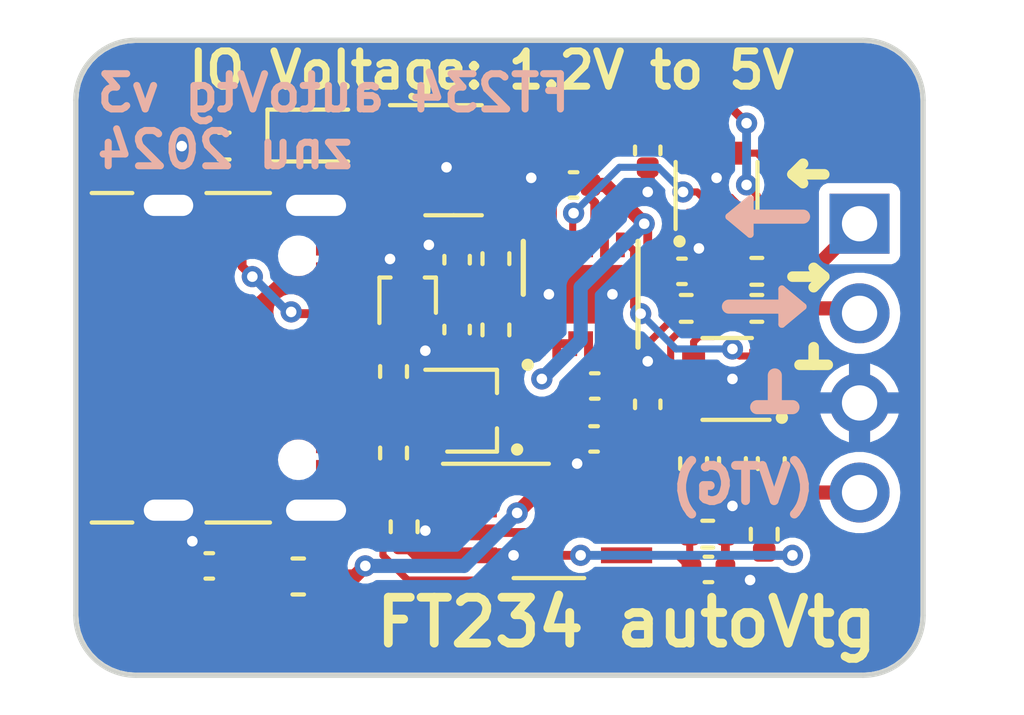
<source format=kicad_pcb>
(kicad_pcb (version 20221018) (generator pcbnew)
  (title_block (comment 4 "AISLER Project ID: NHTSDXST"))
  (layers (0 "F.Cu" signal) (31 "B.Cu" signal) (34 "B.Paste" user) (35 "F.Paste" user) (36 "B.SilkS" user "B.Silkscreen") (37 "F.SilkS" user "F.Silkscreen") (38 "B.Mask" user) (39 "F.Mask" user) (44 "Edge.Cuts" user))
  (net 0 "")
  (net 1 "GND")
  (net 2 "+3V3")
  (net 3 "+5V")
  (net 4 "Net-(D1-K)")
  (net 5 "/VTG")
  (net 6 "/TXOUT")
  (net 7 "/RXIN")
  (net 8 "Net-(U1-CBUS0)")
  (net 9 "+1V2")
  (net 11 "Net-(U5B-+)")
  (net 12 "Net-(U5A--)")
  (net 13 "Net-(U5A-+)")
  (net 14 "Net-(U5B--)")
  (net 15 "Net-(D2-Pad3)")
  (net 16 "Net-(J3-CC1)")
  (net 18 "Net-(J3-CC2)")
  (net 20 "/DM")
  (net 21 "/DP")
  (net 22 "Net-(U1-USBDM)")
  (net 23 "Net-(U1-UDBDP)")
  (net 24 "VBUS")
  (net 25 "Net-(D2-Pad1)")
  (net 27 "Net-(U1-TXD)")
  (net 28 "Net-(U2-VCCB)")
  (net 29 "Net-(U2-B)")
  (net 30 "Net-(U4-B)")
  (net 31 "Net-(U1-RXD)")
  (footprint "Capacitor_SMD:C_0402_1005Metric" (layer "F.Cu") (at 144.8 74.22 90)
    (fp_text reference "C1" hide)
    (fp_text value "47p")
    (pad "1" smd roundrect (at -0.48 0 90) (size 0.56 0.62) (layers "F.Cu" "F.Paste" "F.Mask") (net 20 "/DM"))
    (pad "2" smd roundrect (at 0.48 0 90) (size 0.56 0.62) (layers "F.Cu" "F.Paste" "F.Mask") (net 1 "GND"))
  )
  (footprint "Capacitor_SMD:C_0402_1005Metric" (layer "F.Cu") (at 144.8 76.2 -90)
    (fp_text reference "C2" hide)
    (fp_text value "47p")
    (pad "1" smd roundrect (at -0.48 0 270) (size 0.56 0.62) (layers "F.Cu" "F.Paste" "F.Mask") (net 21 "/DP"))
    (pad "2" smd roundrect (at 0.48 0 270) (size 0.56 0.62) (layers "F.Cu" "F.Paste" "F.Mask") (net 1 "GND"))
  )
  (footprint "Capacitor_SMD:C_0402_1005Metric" (layer "F.Cu") (at 148.1 72.1 180)
    (fp_text reference "C3" hide)
    (fp_text value "4.7u/10V")
    (pad "1" smd roundrect (at -0.48 0 180) (size 0.56 0.62) (layers "F.Cu" "F.Paste" "F.Mask") (net 2 "+3V3"))
    (pad "2" smd roundrect (at 0.48 0 180) (size 0.56 0.62) (layers "F.Cu" "F.Paste" "F.Mask") (net 1 "GND"))
  )
  (footprint "Capacitor_SMD:C_0402_1005Metric" (layer "F.Cu") (at 148.7 77.8)
    (fp_text reference "C4" hide)
    (fp_text value "4.7u/10V")
    (pad "1" smd roundrect (at -0.48 0) (size 0.56 0.62) (layers "F.Cu" "F.Paste" "F.Mask") (net 3 "+5V"))
    (pad "2" smd roundrect (at 0.48 0) (size 0.56 0.62) (layers "F.Cu" "F.Paste" "F.Mask") (net 1 "GND"))
  )
  (footprint "LED_SMD:LED_0603_1608Metric" (layer "F.Cu") (at 140.9125 70.7)
    (fp_text reference "D1" hide)
    (fp_text value "LED")
    (pad "1" smd roundrect (at -0.7875 0) (size 0.875 0.95) (layers "F.Cu" "F.Paste" "F.Mask") (net 4 "Net-(D1-K)"))
    (pad "2" smd roundrect (at 0.7875 0) (size 0.875 0.95) (layers "F.Cu" "F.Paste" "F.Mask") (net 2 "+3V3"))
  )
  (footprint "Resistor_SMD:R_0402_1005Metric" (layer "F.Cu") (at 145.9 76.21 90)
    (fp_text reference "R1" hide)
    (fp_text value "27")
    (pad "1" smd roundrect (at -0.51 0 90) (size 0.54 0.64) (layers "F.Cu" "F.Paste" "F.Mask") (net 22 "Net-(U1-USBDM)"))
    (pad "2" smd roundrect (at 0.51 0 90) (size 0.54 0.64) (layers "F.Cu" "F.Paste" "F.Mask") (net 20 "/DM"))
  )
  (footprint "Resistor_SMD:R_0402_1005Metric" (layer "F.Cu") (at 145.9 74.19 -90)
    (fp_text reference "R2" hide)
    (fp_text value "27")
    (pad "1" smd roundrect (at -0.51 0 270) (size 0.54 0.64) (layers "F.Cu" "F.Paste" "F.Mask") (net 23 "Net-(U1-UDBDP)"))
    (pad "2" smd roundrect (at 0.51 0 270) (size 0.54 0.64) (layers "F.Cu" "F.Paste" "F.Mask") (net 21 "/DP"))
  )
  (footprint "Resistor_SMD:R_0402_1005Metric" (layer "F.Cu") (at 151.29 75.6 180)
    (fp_text reference "R4" hide)
    (fp_text value "1k")
    (pad "1" smd roundrect (at -0.51 0 180) (size 0.54 0.64) (layers "F.Cu" "F.Paste" "F.Mask") (net 4 "Net-(D1-K)"))
    (pad "2" smd roundrect (at 0.51 0 180) (size 0.54 0.64) (layers "F.Cu" "F.Paste" "F.Mask") (net 8 "Net-(U1-CBUS0)"))
  )
  (footprint "Package_DFN_QFN:DFN-12-1EP_3x3mm_P0.45mm_EP1.66x2.38mm" (layer "F.Cu") (at 148.3 75.2 90)
    (fp_text reference "U1" hide)
    (fp_text value "FT234XD")
    (pad "1" smd rect (at -1.4 -1.125 90) (size 0.7 0.25) (layers "F.Cu" "F.Paste" "F.Mask") (net 22 "Net-(U1-USBDM)"))
    (pad "2" smd rect (at -1.4 -0.675 90) (size 0.7 0.25) (layers "F.Cu" "F.Paste" "F.Mask") (net 2 "+3V3"))
    (pad "3" smd rect (at -1.4 -0.225 90) (size 0.7 0.25) (layers "F.Cu" "F.Paste" "F.Mask") (net 2 "+3V3"))
    (pad "4" smd rect (at -1.4 0.225 90) (size 0.7 0.25) (layers "F.Cu" "F.Paste" "F.Mask") (net 3 "+5V"))
    (pad "5" smd rect (at -1.4 0.675 90) (size 0.7 0.25) (layers "F.Cu" "F.Paste" "F.Mask") (net 1 "GND"))
    (pad "6" smd rect (at -1.4 1.125 90) (size 0.7 0.25) (layers "F.Cu" "F.Paste" "F.Mask") (net 8 "Net-(U1-CBUS0)"))
    (pad "7" smd rect (at 1.4 1.125 90) (size 0.7 0.25) (layers "F.Cu" "F.Paste" "F.Mask") (net 27 "Net-(U1-TXD)"))
    (pad "8" smd rect (at 1.4 0.675 90) (size 0.7 0.25) (layers "F.Cu" "F.Paste" "F.Mask"))
    (pad "9" smd rect (at 1.4 0.225 90) (size 0.7 0.25) (layers "F.Cu" "F.Paste" "F.Mask") (net 2 "+3V3"))
    (pad "10" smd rect (at 1.4 -0.225 90) (size 0.7 0.25) (layers "F.Cu" "F.Paste" "F.Mask") (net 31 "Net-(U1-RXD)"))
    (pad "11" smd rect (at 1.4 -0.675 90) (size 0.7 0.25) (layers "F.Cu" "F.Paste" "F.Mask") (net 1 "GND"))
    (pad "12" smd rect (at 1.4 -1.125 90) (size 0.7 0.25) (layers "F.Cu" "F.Paste" "F.Mask") (net 23 "Net-(U1-UDBDP)"))
    (pad "13" smd rect (at 0 0 90) (size 1.66 2.38) (layers "F.Cu" "F.Mask") (net 1 "GND"))
  )
  (footprint "conn:PinHeader_1x04_P2.54mm_Vertical" (layer "F.Cu") (at 156.2 73.2)
    (fp_text reference "J2" hide)
    (fp_text value "Conn_01x04")
    (pad "1" thru_hole rect (at 0 0) (size 1.7 1.7) (drill 1) (layers "*.Cu" "*.Mask") (net 7 "/RXIN"))
    (pad "2" thru_hole oval (at 0 2.54) (size 1.7 1.7) (drill 1) (layers "*.Cu" "*.Mask") (net 6 "/TXOUT"))
    (pad "3" thru_hole oval (at 0 5.08) (size 1.7 1.7) (drill 1) (layers "*.Cu" "*.Mask") (net 1 "GND") (thermal_bridge_width 0.6) (thermal_gap 0.3))
    (pad "4" thru_hole oval (at 0 7.62) (size 1.7 1.7) (drill 1) (layers "*.Cu" "*.Mask") (net 5 "/VTG"))
  )
  (footprint "Resistor_SMD:R_0402_1005Metric" (layer "F.Cu") (at 153.29 74.55 180)
    (fp_text reference "R5" hide)
    (fp_text value "120")
    (pad "1" smd roundrect (at -0.51 0 180) (size 0.54 0.64) (layers "F.Cu" "F.Paste" "F.Mask") (net 7 "/RXIN"))
    (pad "2" smd roundrect (at 0.51 0 180) (size 0.54 0.64) (layers "F.Cu" "F.Paste" "F.Mask") (net 30 "Net-(U4-B)"))
  )
  (footprint "Resistor_SMD:R_0402_1005Metric" (layer "F.Cu") (at 143 79.7 -90)
    (fp_text reference "R8" hide)
    (fp_text value "120")
    (pad "1" smd roundrect (at -0.51 0 270) (size 0.54 0.64) (layers "F.Cu" "F.Paste" "F.Mask") (net 25 "Net-(D2-Pad1)"))
    (pad "2" smd roundrect (at 0.51 0 270) (size 0.54 0.64) (layers "F.Cu" "F.Paste" "F.Mask") (net 11 "Net-(U5B-+)"))
  )
  (footprint "Resistor_SMD:R_0402_1005Metric" (layer "F.Cu") (at 151.9 82)
    (fp_text reference "R9" hide)
    (fp_text value "2.2M")
    (pad "1" smd roundrect (at -0.51 0) (size 0.54 0.64) (layers "F.Cu" "F.Paste" "F.Mask") (net 11 "Net-(U5B-+)"))
    (pad "2" smd roundrect (at 0.51 0) (size 0.54 0.64) (layers "F.Cu" "F.Paste" "F.Mask") (net 1 "GND"))
  )
  (footprint "Resistor_SMD:R_0402_1005Metric" (layer "F.Cu") (at 151.5 80 90)
    (fp_text reference "R10" hide)
    (fp_text value "120")
    (pad "1" smd roundrect (at -0.51 0 90) (size 0.54 0.64) (layers "F.Cu" "F.Paste" "F.Mask") (net 14 "Net-(U5B--)"))
    (pad "2" smd roundrect (at 0.51 0 90) (size 0.54 0.64) (layers "F.Cu" "F.Paste" "F.Mask") (net 28 "Net-(U2-VCCB)"))
  )
  (footprint "Resistor_SMD:R_0402_1005Metric" (layer "F.Cu") (at 153.5 82 -90)
    (fp_text reference "R6" hide)
    (fp_text value "10k")
    (pad "1" smd roundrect (at -0.51 0 270) (size 0.54 0.64) (layers "F.Cu" "F.Paste" "F.Mask") (net 5 "/VTG"))
    (pad "2" smd roundrect (at 0.51 0 270) (size 0.54 0.64) (layers "F.Cu" "F.Paste" "F.Mask") (net 13 "Net-(U5A-+)"))
  )
  (footprint "Resistor_SMD:R_0402_1005Metric" (layer "F.Cu") (at 153.29 75.6 180)
    (fp_text reference "R11" hide)
    (fp_text value "120")
    (pad "1" smd roundrect (at -0.51 0 180) (size 0.54 0.64) (layers "F.Cu" "F.Paste" "F.Mask") (net 6 "/TXOUT"))
    (pad "2" smd roundrect (at 0.51 0 180) (size 0.54 0.64) (layers "F.Cu" "F.Paste" "F.Mask") (net 29 "Net-(U2-B)"))
  )
  (footprint "Fiducial:Fiducial_0.5mm_Mask1mm" (layer "F.Cu") (at 135.2 69.2)
    (fp_text reference "FID1" hide)
    (fp_text value "Fiducial")
    (pad "" smd circle (at 0 0) (size 0.5 0.5) (layers "F.Cu" "F.Mask") (clearance 0.25))
  )
  (footprint "Resistor_SMD:R_0402_1005Metric" (layer "F.Cu") (at 138.2 71)
    (fp_text reference "R13" hide)
    (fp_text value "5.1k")
    (pad "1" smd roundrect (at -0.51 0) (size 0.54 0.64) (layers "F.Cu" "F.Paste" "F.Mask") (net 1 "GND"))
    (pad "2" smd roundrect (at 0.51 0) (size 0.54 0.64) (layers "F.Cu" "F.Paste" "F.Mask") (net 16 "Net-(J3-CC1)"))
  )
  (footprint "Capacitor_SMD:C_0402_1005Metric" (layer "F.Cu") (at 151.92 83)
    (fp_text reference "C9" hide)
    (fp_text value "10n/10V")
    (pad "1" smd roundrect (at -0.48 0) (size 0.56 0.62) (layers "F.Cu" "F.Paste" "F.Mask") (net 11 "Net-(U5B-+)"))
    (pad "2" smd roundrect (at 0.48 0) (size 0.56 0.62) (layers "F.Cu" "F.Paste" "F.Mask") (net 1 "GND"))
  )
  (footprint "Capacitor_SMD:C_0402_1005Metric" (layer "F.Cu") (at 148.68 79.3 180)
    (fp_text reference "C8" hide)
    (fp_text value "0.1u/10V")
    (pad "1" smd roundrect (at -0.48 0 180) (size 0.56 0.62) (layers "F.Cu" "F.Paste" "F.Mask") (net 3 "+5V"))
    (pad "2" smd roundrect (at 0.48 0 180) (size 0.56 0.62) (layers "F.Cu" "F.Paste" "F.Mask") (net 1 "GND"))
  )
  (footprint "Inductor_SMD:L_0603_1608Metric" (layer "F.Cu") (at 140.3 83.2 180)
    (fp_text reference "FB1" hide)
    (fp_text value "600R")
    (pad "1" smd roundrect (at -0.7875 0 180) (size 0.875 0.95) (layers "F.Cu" "F.Paste" "F.Mask") (net 3 "+5V"))
    (pad "2" smd roundrect (at 0.7875 0 180) (size 0.875 0.95) (layers "F.Cu" "F.Paste" "F.Mask") (net 24 "VBUS"))
  )
  (footprint "Resistor_SMD:R_0402_1005Metric" (layer "F.Cu") (at 153.7 80 -90)
    (fp_text reference "R3" hide)
    (fp_text value "10k")
    (pad "1" smd roundrect (at -0.51 0 270) (size 0.54 0.64) (layers "F.Cu" "F.Paste" "F.Mask") (net 30 "Net-(U4-B)"))
    (pad "2" smd roundrect (at 0.51 0 270) (size 0.54 0.64) (layers "F.Cu" "F.Paste" "F.Mask") (net 5 "/VTG"))
  )
  (footprint "Package_TO_SOT_SMD:SOT-363_SC-70-6" (layer "F.Cu") (at 152.45 77.6 180)
    (fp_text reference "U2" hide)
    (fp_text value "74LVC1T45GW")
    (pad "1" smd rect (at -0.95 -0.65 180) (size 0.65 0.4) (layers "F.Cu" "F.Paste" "F.Mask") (net 2 "+3V3"))
    (pad "2" smd rect (at -0.95 0 180) (size 0.65 0.4) (layers "F.Cu" "F.Paste" "F.Mask") (net 1 "GND"))
    (pad "3" smd rect (at -0.95 0.65 180) (size 0.65 0.4) (layers "F.Cu" "F.Paste" "F.Mask") (net 27 "Net-(U1-TXD)"))
    (pad "4" smd rect (at 0.95 0.65 180) (size 0.65 0.4) (layers "F.Cu" "F.Paste" "F.Mask") (net 29 "Net-(U2-B)"))
    (pad "5" smd rect (at 0.95 0 180) (size 0.65 0.4) (layers "F.Cu" "F.Paste" "F.Mask") (net 2 "+3V3"))
    (pad "6" smd rect (at 0.95 -0.65 180) (size 0.65 0.4) (layers "F.Cu" "F.Paste" "F.Mask") (net 28 "Net-(U2-VCCB)"))
  )
  (footprint "Resistor_SMD:R_0402_1005Metric" (layer "F.Cu") (at 152.6 80 90)
    (fp_text reference "R12" hide)
    (fp_text value "270k")
    (pad "1" smd roundrect (at -0.51 0 90) (size 0.54 0.64) (layers "F.Cu" "F.Paste" "F.Mask") (net 1 "GND"))
    (pad "2" smd roundrect (at 0.51 0 90) (size 0.54 0.64) (layers "F.Cu" "F.Paste" "F.Mask") (net 30 "Net-(U4-B)"))
  )
  (footprint "Capacitor_SMD:C_0402_1005Metric" (layer "F.Cu") (at 150.2 71.12 -90)
    (fp_text reference "C5" hide)
    (fp_text value "4.7u/10V")
    (pad "1" smd roundrect (at -0.48 0 270) (size 0.56 0.62) (layers "F.Cu" "F.Paste" "F.Mask") (net 9 "+1V2"))
    (pad "2" smd roundrect (at 0.48 0 270) (size 0.56 0.62) (layers "F.Cu" "F.Paste" "F.Mask") (net 1 "GND"))
  )
  (footprint "Fiducial:Fiducial_0.5mm_Mask1mm" (layer "F.Cu") (at 135.2 84.8)
    (fp_text reference "FID2" hide)
    (fp_text value "Fiducial")
    (pad "" smd circle (at 0 0) (size 0.5 0.5) (layers "F.Cu" "F.Mask") (clearance 0.25))
  )
  (footprint "Capacitor_SMD:C_0402_1005Metric" (layer "F.Cu") (at 151.17 74.55)
    (fp_text reference "C7" hide)
    (fp_text value "0.1u/10V")
    (pad "1" smd roundrect (at -0.48 0) (size 0.56 0.62) (layers "F.Cu" "F.Paste" "F.Mask") (net 2 "+3V3"))
    (pad "2" smd roundrect (at 0.48 0) (size 0.56 0.62) (layers "F.Cu" "F.Paste" "F.Mask") (net 1 "GND"))
  )
  (footprint "Package_TO_SOT_SMD:Infineon_PG-TSFP-3-1" (layer "F.Cu") (at 143.4 75.325 90)
    (fp_text reference "D3" hide)
    (fp_text value "ESD5V3U2U")
    (pad "1" smd rect (at -0.525 -0.4) (size 0.4 0.45) (layers "F.Cu" "F.Paste" "F.Mask") (net 20 "/DM"))
    (pad "2" smd rect (at -0.525 0.4) (size 0.4 0.45) (layers "F.Cu" "F.Paste" "F.Mask") (net 21 "/DP"))
    (pad "3" smd rect (at 0.525 0) (size 0.4 0.45) (layers "F.Cu" "F.Paste" "F.Mask") (net 1 "GND"))
  )
  (footprint "Fiducial:Fiducial_0.5mm_Mask1mm" (layer "F.Cu") (at 156.8 69.2)
    (fp_text reference "FID3" hide)
    (fp_text value "Fiducial")
    (pad "" smd circle (at 0 0) (size 0.5 0.5) (layers "F.Cu" "F.Mask") (clearance 0.25))
  )
  (footprint "Resistor_SMD:R_0402_1005Metric" (layer "F.Cu") (at 143 77.39 -90)
    (fp_text reference "R14" hide)
    (fp_text value "5.1k")
    (pad "1" smd roundrect (at -0.51 0 270) (size 0.54 0.64) (layers "F.Cu" "F.Paste" "F.Mask") (net 1 "GND"))
    (pad "2" smd roundrect (at 0.51 0 270) (size 0.54 0.64) (layers "F.Cu" "F.Paste" "F.Mask") (net 18 "Net-(J3-CC2)"))
  )
  (footprint "Package_TO_SOT_SMD:SOT-23-5" (layer "F.Cu") (at 144.7 71.4)
    (fp_text reference "U7" hide)
    (fp_text value "TLV74112PDBVR")
    (pad "1" smd roundrect (at -1.1375 -0.95) (size 1.325 0.6) (layers "F.Cu" "F.Paste" "F.Mask") (net 2 "+3V3"))
    (pad "2" smd roundrect (at -1.1375 0) (size 1.325 0.6) (layers "F.Cu" "F.Paste" "F.Mask") (net 1 "GND"))
    (pad "3" smd roundrect (at -1.1375 0.95) (size 1.325 0.6) (layers "F.Cu" "F.Paste" "F.Mask") (net 2 "+3V3"))
    (pad "4" smd roundrect (at 1.1375 0.95) (size 1.325 0.6) (layers "F.Cu" "F.Paste" "F.Mask"))
    (pad "5" smd roundrect (at 1.1375 -0.95) (size 1.325 0.6) (layers "F.Cu" "F.Paste" "F.Mask") (net 9 "+1V2"))
  )
  (footprint "Resistor_SMD:R_0402_1005Metric" (layer "F.Cu") (at 143.3 81.79 90)
    (fp_text reference "R7" hide)
    (fp_text value "270k")
    (pad "1" smd roundrect (at -0.51 0 90) (size 0.54 0.64) (layers "F.Cu" "F.Paste" "F.Mask") (net 1 "GND"))
    (pad "2" smd roundrect (at 0.51 0 90) (size 0.54 0.64) (layers "F.Cu" "F.Paste" "F.Mask") (net 12 "Net-(U5A--)"))
  )
  (footprint "Capacitor_SMD:C_0402_1005Metric" (layer "F.Cu") (at 150.2 78.32 90)
    (fp_text reference "C10" hide)
    (fp_text value "0.1u/10V")
    (pad "1" smd roundrect (at -0.48 0 90) (size 0.56 0.62) (layers "F.Cu" "F.Paste" "F.Mask") (net 28 "Net-(U2-VCCB)"))
    (pad "2" smd roundrect (at 0.48 0 90) (size 0.56 0.62) (layers "F.Cu" "F.Paste" "F.Mask") (net 1 "GND"))
  )
  (footprint "Package_TO_SOT_SMD:SOT-323_SC-70" (layer "F.Cu") (at 145.2 78.5)
    (fp_text reference "D2" hide)
    (fp_text value "BAT54AW")
    (pad "1" smd rect (at -1 -0.65 270) (size 0.45 0.7) (layers "F.Cu" "F.Paste" "F.Mask") (net 25 "Net-(D2-Pad1)"))
    (pad "2" smd rect (at -1 0.65 270) (size 0.45 0.7) (layers "F.Cu" "F.Paste" "F.Mask") (net 12 "Net-(U5A--)"))
    (pad "3" smd rect (at 1 0 270) (size 0.45 0.7) (layers "F.Cu" "F.Paste" "F.Mask") (net 15 "Net-(D2-Pad3)"))
  )
  (footprint "Connector_USB:USB_C_Receptacle_GCT_USB4105-xx-A_16P_TopMnt_Horizontal" (layer "F.Cu") (at 137.7 77 -90)
    (fp_text reference "J3" hide)
    (fp_text value "USB_C_Receptacle_USB2.0")
    (pad "" np_thru_hole circle (at -2.89 -2.605 270) (size 0.65 0.65) (drill 0.65) (layers "F&B.Cu" "*.Mask"))
    (pad "" np_thru_hole circle (at 2.89 -2.605 270) (size 0.65 0.65) (drill 0.65) (layers "F&B.Cu" "*.Mask"))
    (pad "A1" smd rect (at -3.2 -3.68 270) (size 0.6 1.15) (layers "F.Cu" "F.Paste" "F.Mask") (net 1 "GND"))
    (pad "A4" smd rect (at -2.4 -3.68 270) (size 0.6 1.15) (layers "F.Cu" "F.Paste" "F.Mask") (net 24 "VBUS"))
    (pad "A5" smd rect (at -1.25 -3.68 270) (size 0.3 1.15) (layers "F.Cu" "F.Paste" "F.Mask") (net 16 "Net-(J3-CC1)"))
    (pad "A6" smd rect (at -0.25 -3.68 270) (size 0.3 1.15) (layers "F.Cu" "F.Paste" "F.Mask") (net 21 "/DP"))
    (pad "A7" smd rect (at 0.25 -3.68 270) (size 0.3 1.15) (layers "F.Cu" "F.Paste" "F.Mask") (net 20 "/DM"))
    (pad "A8" smd rect (at 1.25 -3.68 270) (size 0.3 1.15) (layers "F.Cu" "F.Paste" "F.Mask"))
    (pad "A9" smd rect (at 2.4 -3.68 270) (size 0.6 1.15) (layers "F.Cu" "F.Paste" "F.Mask") (net 24 "VBUS"))
    (pad "A12" smd rect (at 3.2 -3.68 270) (size 0.6 1.15) (layers "F.Cu" "F.Paste" "F.Mask") (net 1 "GND"))
    (pad "B1" smd rect (at 3.2 -3.68 270) (size 0.6 1.15) (layers "F.Cu" "F.Paste" "F.Mask") (net 1 "GND"))
    (pad "B4" smd rect (at 2.4 -3.68 270) (size 0.6 1.15) (layers "F.Cu" "F.Paste" "F.Mask") (net 24 "VBUS"))
    (pad "B5" smd rect (at 1.75 -3.68 270) (size 0.3 1.15) (layers "F.Cu" "F.Paste" "F.Mask") (net 18 "Net-(J3-CC2)"))
    (pad "B6" smd rect (at 0.75 -3.68 270) (size 0.3 1.15) (layers "F.Cu" "F.Paste" "F.Mask") (net 21 "/DP"))
    (pad "B7" smd rect (at -0.75 -3.68 270) (size 0.3 1.15) (layers "F.Cu" "F.Paste" "F.Mask") (net 20 "/DM"))
    (pad "B8" smd rect (at -1.75 -3.68 270) (size 0.3 1.15) (layers "F.Cu" "F.Paste" "F.Mask"))
    (pad "B9" smd rect (at -2.4 -3.68 270) (size 0.6 1.15) (layers "F.Cu" "F.Paste" "F.Mask") (net 24 "VBUS"))
    (pad "B12" smd rect (at -3.2 -3.68 270) (size 0.6 1.15) (layers "F.Cu" "F.Paste" "F.Mask") (net 1 "GND"))
    (pad "S1" thru_hole oval (at -4.32 -3.105 270) (size 1 2.1) (drill oval 0.6 1.7) (layers "*.Cu" "*.Mask" "F.Paste") (net 1 "GND"))
    (pad "S1" thru_hole oval (at -4.32 1.075 270) (size 1 1.8) (drill oval 0.6 1.4) (layers "*.Cu" "*.Mask" "F.Paste") (net 1 "GND"))
    (pad "S1" thru_hole oval (at 4.32 -3.105 270) (size 1 2.1) (drill oval 0.6 1.7) (layers "*.Cu" "*.Mask" "F.Paste") (net 1 "GND"))
    (pad "S1" thru_hole oval (at 4.32 1.075 270) (size 1 1.8) (drill oval 0.6 1.4) (layers "*.Cu" "*.Mask" "F.Paste") (net 1 "GND"))
  )
  (footprint "Package_SO:VSSOP-8_3.0x3.0mm_P0.65mm" (layer "F.Cu") (at 147.4 81.625)
    (fp_text reference "U5" hide)
    (fp_text value "LMV358AIDGKR")
    (pad "1" smd rect (at -2.2 -0.975 270) (size 0.45 1.45) (layers "F.Cu" "F.Paste" "F.Mask") (net 15 "Net-(D2-Pad3)"))
    (pad "2" smd rect (at -2.2 -0.325 270) (size 0.45 1.45) (layers "F.Cu" "F.Paste" "F.Mask") (net 12 "Net-(U5A--)"))
    (pad "3" smd rect (at -2.2 0.325 270) (size 0.45 1.45) (layers "F.Cu" "F.Paste" "F.Mask") (net 13 "Net-(U5A-+)"))
    (pad "4" smd rect (at -2.2 0.975 270) (size 0.45 1.45) (layers "F.Cu" "F.Paste" "F.Mask") (net 1 "GND"))
    (pad "5" smd rect (at 2.2 0.975 270) (size 0.45 1.45) (layers "F.Cu" "F.Paste" "F.Mask") (net 11 "Net-(U5B-+)"))
    (pad "6" smd rect (at 2.2 0.325 270) (size 0.45 1.45) (layers "F.Cu" "F.Paste" "F.Mask") (net 14 "Net-(U5B--)"))
    (pad "7" smd rect (at 2.2 -0.325 270) (size 0.45 1.45) (layers "F.Cu" "F.Paste" "F.Mask") (net 14 "Net-(U5B--)"))
    (pad "8" smd rect (at 2.2 -0.975 270) (size 0.45 1.45) (layers "F.Cu" "F.Paste" "F.Mask") (net 3 "+5V"))
  )
  (footprint "Package_TO_SOT_SMD:SOT-363_SC-70-6" (layer "F.Cu") (at 152.15 72.15 90)
    (fp_text reference "U4" hide)
    (fp_text value "74LVC1T45GW")
    (pad "1" smd rect (at -0.95 -0.65 90) (size 0.65 0.4) (layers "F.Cu" "F.Paste" "F.Mask") (net 2 "+3V3"))
    (pad "2" smd rect (at -0.95 0 90) (size 0.65 0.4) (layers "F.Cu" "F.Paste" "F.Mask") (net 1 "GND"))
    (pad "3" smd rect (at -0.95 0.65 90) (size 0.65 0.4) (layers "F.Cu" "F.Paste" "F.Mask") (net 31 "Net-(U1-RXD)"))
    (pad "4" smd rect (at 0.95 0.65 90) (size 0.65 0.4) (layers "F.Cu" "F.Paste" "F.Mask") (net 30 "Net-(U4-B)"))
    (pad "5" smd rect (at 0.95 0 90) (size 0.65 0.4) (layers "F.Cu" "F.Paste" "F.Mask") (net 1 "GND"))
    (pad "6" smd rect (at 0.95 -0.65 90) (size 0.65 0.4) (layers "F.Cu" "F.Paste" "F.Mask") (net 9 "+1V2"))
  )
  (footprint "Capacitor_SMD:C_0402_1005Metric" (layer "F.Cu") (at 137.78 82.9 180)
    (fp_text reference "C6" hide)
    (fp_text value "10n/10V")
    (pad "1" smd roundrect (at -0.48 0 180) (size 0.56 0.62) (layers "F.Cu" "F.Paste" "F.Mask") (net 24 "VBUS"))
    (pad "2" smd roundrect (at 0.48 0 180) (size 0.56 0.62) (layers "F.Cu" "F.Paste" "F.Mask") (net 1 "GND"))
  )
  (gr_line (start 153.3 78.4) (end 154.3 78.4) (stroke (width 0.4)) (layer "B.SilkS"))
  (gr_line (start 154.6 75.55) (end 154 76.05) (stroke (width 0.2)) (layer "B.SilkS"))
  (gr_line (start 154 75.05) (end 154.6 75.55) (stroke (width 0.2)) (layer "B.SilkS"))
  (gr_line (start 152.5 75.55) (end 154.3 75.55) (stroke (width 0.4)) (layer "B.SilkS"))
  (gr_line (start 154.3 75.75) (end 154.1 75.35) (stroke (width 0.2)) (layer "B.SilkS"))
  (gr_line (start 154 75.75) (end 154.3 75.75) (stroke (width 0.2)) (layer "B.SilkS"))
  (gr_line (start 154 76.05) (end 154 75.05) (stroke (width 0.2)) (layer "B.SilkS"))
  (gr_line (start 154.1 75.35) (end 154.3 75.45) (stroke (width 0.2)) (layer "B.SilkS"))
  (gr_line (start 153 73.2) (end 152.8 73.1) (stroke (width 0.2)) (layer "B.SilkS"))
  (gr_line (start 153.8 77.5) (end 153.8 78.4) (stroke (width 0.4)) (layer "B.SilkS"))
  (gr_line (start 153.1 72.5) (end 153.1 73.5) (stroke (width 0.2)) (layer "B.SilkS"))
  (gr_line (start 154.6 73) (end 152.8 73) (stroke (width 0.4)) (layer "B.SilkS"))
  (gr_line (start 153.1 72.8) (end 152.8 72.8) (stroke (width 0.2)) (layer "B.SilkS"))
  (gr_line (start 152.5 73) (end 153.1 72.5) (stroke (width 0.2)) (layer "B.SilkS"))
  (gr_line (start 153.1 73.5) (end 152.5 73) (stroke (width 0.2)) (layer "B.SilkS"))
  (gr_line (start 152.8 72.8) (end 153 73.2) (stroke (width 0.2)) (layer "B.SilkS"))
  (gr_line (start 155.2 71.8) (end 154.3 71.8) (stroke (width 0.3)) (layer "F.SilkS"))
  (gr_circle (center 146.5 79.6) (end 146.6 79.6) (stroke (width 0.15)) (fill solid) (layer "F.SilkS"))
  (gr_line (start 154.6 72.05) (end 154.3 71.8) (stroke (width 0.3)) (layer "F.SilkS"))
  (gr_circle (center 146.8 77.2) (end 146.9 77.2) (stroke (width 0.15)) (fill solid) (layer "F.SilkS"))
  (gr_line (start 154.9 77.2) (end 154.9 76.7) (stroke (width 0.3)) (layer "F.SilkS"))
  (gr_line (start 154.3 74.7) (end 155.2 74.7) (stroke (width 0.3)) (layer "F.SilkS"))
  (gr_line (start 154.9 75) (end 155.2 74.7) (stroke (width 0.3)) (layer "F.SilkS"))
  (gr_line (start 154.5 77.2) (end 155.3 77.2) (stroke (width 0.3)) (layer "F.SilkS"))
  (gr_line (start 154.6 71.5) (end 154.3 71.8) (stroke (width 0.3)) (layer "F.SilkS"))
  (gr_circle (center 154 78.7) (end 154.1 78.7) (stroke (width 0.15)) (fill solid) (layer "F.SilkS"))
  (gr_line (start 154.9 74.45) (end 155.2 74.7) (stroke (width 0.3)) (layer "F.SilkS"))
  (gr_circle (center 151.1 73.7) (end 151.2 73.7) (stroke (width 0.15)) (fill solid) (layer "F.SilkS"))
  (gr_line (start 156.3 86) (end 135.7 86) (stroke (width 0.15)) (layer "Edge.Cuts"))
  (gr_line (start 135.7 68) (end 156.3 68) (stroke (width 0.15)) (layer "Edge.Cuts"))
  (gr_arc (start 158 84.3) (mid 157.502082 85.502082) (end 156.3 86) (stroke (width 0.15)) (layer "Edge.Cuts"))
  (gr_line (start 134 84.3) (end 134 69.7) (stroke (width 0.15)) (layer "Edge.Cuts"))
  (gr_arc (start 134 69.7) (mid 134.497918 68.497918) (end 135.7 68) (stroke (width 0.15)) (layer "Edge.Cuts"))
  (gr_arc (start 156.3 68) (mid 157.502082 68.497918) (end 158 69.7) (stroke (width 0.15)) (layer "Edge.Cuts"))
  (gr_arc (start 135.7 86) (mid 134.497918 85.502082) (end 134 84.3) (stroke (width 0.15)) (layer "Edge.Cuts"))
  (gr_line (start 158 69.7) (end 158 84.3) (stroke (width 0.15)) (layer "Edge.Cuts"))
  (gr_text "FT234 autoVtg v3\nznu 2024" (at 134.5 70.3) (layer "B.SilkS") (effects (font (size 1 1) (thickness 0.2)) (justify right mirror)))
  (gr_text "(VTG)" (at 152.9 80.6) (layer "B.SilkS") (effects (font (size 1 1) (thickness 0.25) bold) (justify mirror)))
  (gr_text "FT234 autoVtg" (at 149.6 84.5) (layer "F.SilkS") (effects (font (size 1.3 1.3) (thickness 0.25))))
  (gr_text "IO Voltage: 1.2V to 5V" (at 137.1 68.85) (layer "F.SilkS") (effects (font (size 1 1) (thickness 0.2)) (justify left)))
  (segment (start 143.9 76.8) (end 144.68 76.8) (width 0.25) (layer "F.Cu") (net 1))
  (segment (start 141.38 80.2) (end 141.38 80.745) (width 0.5) (layer "F.Cu") (net 1))
  (segment (start 148.975 75.695) (end 148.895 75.615) (width 0.2) (layer "F.Cu") (net 1))
  (segment (start 149.2 77.3) (end 149.2 77.8) (width 0.25) (layer "F.Cu") (net 1))
  (segment (start 152.6 80.51) (end 152.6 81.2) (width 0.4) (layer "F.Cu") (net 1))
  (segment (start 152.15 73.4) (end 151.65 73.9) (width 0.25) (layer "F.Cu") (net 1))
  (segment (start 143.82 76.88) (end 143.9 76.8) (width 0.25) (layer "F.Cu") (net 1))
  (segment (start 152.4 83) (end 152.4 82.01) (width 0.25) (layer "F.Cu") (net 1))
  (segment (start 143.6 82.6) (end 145.2 82.6) (width 0.25) (layer "F.Cu") (net 1))
  (segment (start 148.975 77.075) (end 149.2 77.3) (width 0.25) (layer "F.Cu") (net 1))
  (segment (start 151.65 74.55) (end 151.65 73.9) (width 0.25) (layer "F.Cu") (net 1))
  (segment (start 143.4 74.7) (end 142.9 74.2) (width 0.4) (layer "F.Cu") (net 1))
  (segment (start 150.2 72.3) (end 150.2 71.6) (width 0.4) (layer "F.Cu") (net 1))
  (segment (start 137.69 71) (end 137 71) (width 0.25) (layer "F.Cu") (net 1))
  (segment (start 147.5 73.275) (end 147.5 72.6) (width 0.25) (layer "F.Cu") (net 1))
  (segment (start 147.625 74.705) (end 147.705 74.785) (width 0.2) (layer "F.Cu") (net 1))
  (segment (start 152.15 73.1) (end 152.15 73.4) (width 0.25) (layer "F.Cu") (net 1))
  (segment (start 143.3 82.3) (end 143.5 82.3) (width 0.25) (layer "F.Cu") (net 1))
  (segment (start 147.625 73.4) (end 147.5 73.275) (width 0.25) (layer "F.Cu") (net 1))
  (segment (start 148.975 76.6) (end 148.975 77.075) (width 0.25) (layer "F.Cu") (net 1))
  (segment (start 153.4 77.6) (end 152.6 77.6) (width 0.25) (layer "F.Cu") (net 1))
  (segment (start 148.2 79.3) (end 148.2 80) (width 0.4) (layer "F.Cu") (net 1))
  (segment (start 148.975 76.6) (end 148.975 75.875) (width 0.25) (layer "F.Cu") (net 1))
  (segment (start 142.9 74.2) (end 142.48 73.78) (width 0.4) (layer "F.Cu") (net 1))
  (segment (start 141.38 80.745) (end 140.805 81.32) (width 0.5) (layer "F.Cu") (net 1))
  (segment (start 144.8 73.74) (end 144.06 73.74) (width 0.25) (layer "F.Cu") (net 1))
  (segment (start 152.4 82.01) (end 152.41 82) (width 0.25) (layer "F.Cu") (net 1))
  (segment (start 148.975 75.875) (end 148.3 75.2) (width 0.25) (layer "F.Cu") (net 1))
  (segment (start 144.3 71.4) (end 144.5 71.6) (width 0.4) (layer "F.Cu") (net 1))
  (segment (start 144.06 73.74) (end 144 73.8) (width 0.25) (layer "F.Cu") (net 1))
  (segment (start 147.62 72.1) (end 147.1 72.1) (width 0.4) (layer "F.Cu") (net 1))
  (segment (start 150.16 77.8) (end 150.2 77.84) (width 0.4) (layer "F.Cu") (net 1))
  (segment (start 150.2 77.84) (end 150.2 77.1) (width 0.4) (layer "F.Cu") (net 1))
  (segment (start 147.625 73.8) (end 147.625 73.4) (width 0.25) (layer "F.Cu") (net 1))
  (segment (start 152.7 83.3) (end 152.4 83) (width 0.25) (layer "F.Cu") (net 1))
  (segment (start 137.3 82.9) (end 137.3 82.2) (width 0.4) (layer "F.Cu") (net 1))
  (segment (start 152.41 82) (end 152.41 81.39) (width 0.25) (layer "F.Cu") (net 1))
  (segment (start 137.3 82.2) (end 137.3 81.995) (width 0.4) (layer "F.Cu") (net 1))
  (segment (start 144.68 76.8) (end 144.8 76.68) (width 0.25) (layer "F.Cu") (net 1))
  (segment (start 143 76.88) (end 143.82 76.88) (width 0.25) (layer "F.Cu") (net 1))
  (segment (start 147.62 72.1) (end 147.62 72.48) (width 0.25) (layer "F.Cu") (net 1))
  (segment (start 145.2 82.6) (end 146.4 82.6) (width 0.4) (layer "F.Cu") (net 1))
  (segment (start 143.5 82.3) (end 143.9 81.9) (width 0.25) (layer "F.Cu") (net 1))
  (segment (start 152.15 71.2) (end 152.15 71.9) (width 0.25) (layer "F.Cu") (net 1))
  (segment (start 149.18 77.8) (end 150.16 77.8) (width 0.4) (layer "F.Cu") (net 1))
  (segment (start 143.5625 71.4) (end 144.3 71.4) (width 0.4) (layer "F.Cu") (net 1))
  (segment (start 137.3 81.995) (end 136.625 81.32) (width 0.4) (layer "F.Cu") (net 1))
  (segment (start 153.1 83.3) (end 152.7 83.3) (width 0.25) (layer "F.Cu") (net 1))
  (segment (start 141.38 73.255) (end 140.805 72.68) (width 0.5) (layer "F.Cu") (net 1))
  (segment (start 147.625 73.8) (end 147.625 74.525) (width 0.25) (layer "F.Cu") (net 1))
  (segment (start 152.41 81.39) (end 152.6 81.2) (width 0.25) (layer "F.Cu") (net 1))
  (segment (start 147.62 72.48) (end 147.5 72.6) (width 0.25) (layer "F.Cu") (net 1))
  (segment (start 142.48 73.78) (end 141.375 73.78) (width 0.4) (layer "F.Cu") (net 1))
  (segment (start 141.38 73.8) (end 141.38 73.255) (width 0.5) (layer "F.Cu") (net 1))
  (segment (start 143.4 74.8) (end 143.4 74.7) (width 0.4) (layer "F.Cu") (net 1))
  (segment (start 147.625 74.525) (end 148.3 75.2) (width 0.25) (layer "F.Cu") (net 1))
  (segment (start 143.3 82.3) (end 143.6 82.6) (width 0.25) (layer "F.Cu") (net 1))
  (segment (start 147.1 72.1) (end 146.9 71.9) (width 0.4) (layer "F.Cu") (net 1))
  (via (at 147.4 75.2) (size 0.6) (drill 0.3) (layers "F.Cu" "B.Cu") (net 1))
  (via (at 150.2 72.3) (size 0.6) (drill 0.3) (layers "F.Cu" "B.Cu") (net 1))
  (via (at 143.9 76.8) (size 0.6) (drill 0.3) (layers "F.Cu" "B.Cu") (net 1))
  (via (at 152.6 81.2) (size 0.6) (drill 0.3) (layers "F.Cu" "B.Cu") (net 1))
  (via (at 137 71) (size 0.6) (drill 0.3) (layers "F.Cu" "B.Cu") (net 1))
  (via (at 142.9 74.2) (size 0.6) (drill 0.3) (layers "F.Cu" "B.Cu") (net 1))
  (via (at 137.3 82.2) (size 0.6) (drill 0.3) (layers "F.Cu" "B.Cu") (net 1))
  (via (at 152.6 77.6) (size 0.6) (drill 0.3) (layers "F.Cu" "B.Cu") (net 1))
  (via (at 151.65 73.9) (size 0.6) (drill 0.3) (layers "F.Cu" "B.Cu") (net 1))
  (via (at 152.15 71.9) (size 0.6) (drill 0.3) (layers "F.Cu" "B.Cu") (net 1))
  (via (at 153.1 83.3) (size 0.6) (drill 0.3) (layers "F.Cu" "B.Cu") (net 1))
  (via (at 144.5 71.6) (size 0.6) (drill 0.3) (layers "F.Cu" "B.Cu") (net 1))
  (via (at 149.2 75.2) (size 0.6) (drill 0.3) (layers "F.Cu" "B.Cu") (net 1))
  (via (at 148.2 80) (size 0.6) (drill 0.3) (layers "F.Cu" "B.Cu") (net 1))
  (via (at 150.2 77.1) (size 0.6) (drill 0.3) (layers "F.Cu" "B.Cu") (net 1))
  (via (at 146.9 71.9) (size 0.6) (drill 0.3) (layers "F.Cu" "B.Cu") (net 1))
  (via (at 143.9 81.9) (size 0.6) (drill 0.3) (layers "F.Cu" "B.Cu") (net 1))
  (via (at 146.4 82.6) (size 0.6) (drill 0.3) (layers "F.Cu" "B.Cu") (net 1))
  (via (at 144 73.8) (size 0.6) (drill 0.3) (layers "F.Cu" "B.Cu") (net 1))
  (segment (start 142.35 70.7) (end 142.425 70.625) (width 0.25) (layer "F.Cu") (net 2))
  (segment (start 151.807954 77.6) (end 151.5 77.6) (width 0.25) (layer "F.Cu") (net 2))
  (segment (start 151.28 76.07) (end 151.28 75.14) (width 0.2) (layer "F.Cu") (net 2))
  (segment (start 142.85 72.35) (end 143.5625 72.35) (width 0.25) (layer "F.Cu") (net 2))
  (segment (start 148.58 72.48) (end 148.7 72.6) (width 0.25) (layer "F.Cu") (net 2))
  (segment (start 147.69 71.21) (end 145.11 71.21) (width 0.25) (layer "F.Cu") (net 2))
  (segment (start 150.69 74.55) (end 150.3 74.55) (width 0.25) (layer "F.Cu") (net 2))
  (segment (start 148.58 72.1) (end 148.58 72.48) (width 0.25) (layer "F.Cu") (net 2))
  (segment (start 147.69 71.21) (end 148.58 72.1) (width 0.25) (layer "F.Cu") (net 2))
  (segment (start 148.525 73.375) (end 148.7 73.2) (width 0.25) (layer "F.Cu") (net 2))
  (segment (start 150.85 77.475) (end 150.85 76.5) (width 0.2) (layer "F.Cu") (net 2))
  (segment (start 150.975 77.6) (end 150.85 77.475) (width 0.2) (layer "F.Cu") (net 2))
  (segment (start 147.625 77.175) (end 147.2 77.6) (width 0.25) (layer "F.Cu") (net 2))
  (segment (start 152.457954 78.25) (end 151.807954 77.6) (width 0.25) (layer "F.Cu") (net 2))
  (segment (start 148.7 73.2) (end 148.7 72.6) (width 0.25) (layer "F.Cu") (net 2))
  (segment (start 142.425 70.625) (end 142.6 70.45) (width 0.25) (layer "F.Cu") (net 2))
  (segment (start 151.5 73.1) (end 150.69 73.91) (width 0.25) (layer "F.Cu") (net 2))
  (segment (start 148.525 73.8) (end 148.525 73.375) (width 0.25) (layer "F.Cu") (net 2))
  (segment (start 151.5 77.6) (end 150.975 77.6) (width 0.2) (layer "F.Cu") (net 2))
  (segment (start 151.28 75.14) (end 150.69 74.55) (width 0.2) (layer "F.Cu") (net 2))
  (segment (start 150.85 76.5) (end 151.28 76.07) (width 0.2) (layer "F.Cu") (net 2))
  (segment (start 141.7 70.7) (end 142.35 70.7) (width 0.25) (layer "F.Cu") (net 2))
  (segment (start 143.5625 70.45) (end 144.35 70.45) (width 0.25) (layer "F.Cu") (net 2))
  (segment (start 150.2 74.45) (end 150.2 73.3) (width 0.25) (layer "F.Cu") (net 2))
  (segment (start 145.11 71.21) (end 144.35 70.45) (width 0.25) (layer "F.Cu") (net 2))
  (segment (start 150.2 73.3) (end 150.1 73.2) (width 0.25) (layer "F.Cu") (net 2))
  (segment (start 143.5625 70.45) (end 142.6 70.45) (width 0.25) (layer "F.Cu") (net 2))
  (segment (start 150.69 73.91) (end 150.69 74.55) (width 0.25) (layer "F.Cu") (net 2))
  (segment (start 148.075 76.6) (end 147.625 76.6) (width 0.25) (layer "F.Cu") (net 2))
  (segment (start 142.425 71.925) (end 142.85 72.35) (width 0.25) (layer "F.Cu") (net 2))
  (segment (start 149 72.1) (end 148.58 72.1) (width 0.4) (layer "F.Cu") (net 2))
  (segment (start 150.3 74.55) (end 150.2 74.45) (width 0.25) (layer "F.Cu") (net 2))
  (segment (start 153.4 78.25) (end 152.457954 78.25) (width 0.25) (layer "F.Cu") (net 2))
  (segment (start 147.625 76.6) (end 147.625 77.175) (width 0.25) (layer "F.Cu") (net 2))
  (segment (start 150.1 73.2) (end 149 72.1) (width 0.4) (layer "F.Cu") (net 2))
  (segment (start 142.425 70.625) (end 142.425 71.925) (width 0.25) (layer "F.Cu") (net 2))
  (via (at 150.1 73.2) (size 0.6) (drill 0.3) (layers "F.Cu" "B.Cu") (net 2))
  (via (at 147.2 77.6) (size 0.6) (drill 0.3) (layers "F.Cu" "B.Cu") (net 2))
  (segment (start 148.3 76.5) (end 147.2 77.6) (width 0.4) (layer "B.Cu") (net 2))
  (segment (start 150.1 73.2) (end 148.3 75) (width 0.4) (layer "B.Cu") (net 2))
  (segment (start 148.3 75) (end 148.3 76.5) (width 0.4) (layer "B.Cu") (net 2))
  (segment (start 148.525 76.6) (end 148.525 77.075) (width 0.25) (layer "F.Cu") (net 3))
  (segment (start 148.525 77.075) (end 148.24 77.36) (width 0.25) (layer "F.Cu") (net 3))
  (segment (start 147.2 80.6985) (end 146.5 81.3985) (width 0.4) (layer "F.Cu") (net 3))
  (segment (start 141.0875 83.2) (end 141.9 83.2) (width 0.4) (layer "F.Cu") (net 3))
  (segment (start 148 77.8) (end 147.2 78.6) (width 0.4) (layer "F.Cu") (net 3))
  (segment (start 148.22 77.92) (end 149.16 78.86) (width 0.4) (layer "F.Cu") (net 3))
  (segment (start 149.16 79.3) (end 149.16 79.76) (width 0.4) (layer "F.Cu") (net 3))
  (segment (start 148.24 77.36) (end 148.24 77.8) (width 0.25) (layer "F.Cu") (net 3))
  (segment (start 148.22 77.8) (end 148.22 77.92) (width 0.4) (layer "F.Cu") (net 3))
  (segment (start 147.2 78.6) (end 147.2 80.6985) (width 0.4) (layer "F.Cu") (net 3))
  (segment (start 148.22 77.8) (end 148 77.8) (width 0.4) (layer "F.Cu") (net 3))
  (segment (start 149.16 79.76) (end 149.6 80.2) (width 0.4) (layer "F.Cu") (net 3))
  (segment (start 141.9 83.2) (end 142.2 82.9) (width 0.4) (layer "F.Cu") (net 3))
  (segment (start 149.16 78.86) (end 149.16 79.3) (width 0.4) (layer "F.Cu") (net 3))
  (segment (start 149.6 80.2) (end 149.6 80.65) (width 0.4) (layer "F.Cu") (net 3))
  (via (at 142.2 82.9) (size 0.6) (drill 0.3) (layers "F.Cu" "B.Cu") (net 3))
  (via (at 146.5 81.3985) (size 0.6) (drill 0.3) (layers "F.Cu" "B.Cu") (net 3))
  (segment (start 144.9985 82.9) (end 146.5 81.3985) (width 0.4) (layer "B.Cu") (net 3))
  (segment (start 142.2 82.9) (end 144.9985 82.9) (width 0.4) (layer "B.Cu") (net 3))
  (segment (start 151.8 75.6) (end 152.25 75.15) (width 0.2) (layer "F.Cu") (net 4))
  (segment (start 153.075 73.875) (end 153.3 73.65) (width 0.2) (layer "F.Cu") (net 4))
  (segment (start 153.3 73.65) (end 153.3 72.4) (width 0.2) (layer "F.Cu") (net 4))
  (segment (start 152.3625 69.7125) (end 153 70.35) (width 0.25) (layer "F.Cu") (net 4))
  (segment (start 152.25 74.15) (end 152.525 73.875) (width 0.2) (layer "F.Cu") (net 4))
  (segment (start 152.25 75.15) (end 152.25 74.15) (width 0.2) (layer "F.Cu") (net 4))
  (segment (start 153.3 72.4) (end 153 72.1) (width 0.2) (layer "F.Cu") (net 4))
  (segment (start 140.125 70.7) (end 141.1125 69.7125) (width 0.25) (layer "F.Cu") (net 4))
  (segment (start 141.1125 69.7125) (end 152.3625 69.7125) (width 0.25) (layer "F.Cu") (net 4))
  (segment (start 152.525 73.875) (end 153.075 73.875) (width 0.2) (layer "F.Cu") (net 4))
  (via (at 153 72.1) (size 0.6) (drill 0.3) (layers "F.Cu" "B.Cu") (net 4))
  (via (at 153 70.35) (size 0.6) (drill 0.3) (layers "F.Cu" "B.Cu") (net 4))
  (segment (start 153 72.1) (end 153 70.35) (width 0.25) (layer "B.Cu") (net 4))
  (segment (start 154.72 80.82) (end 154.41 80.51) (width 0.4) (layer "F.Cu") (net 5))
  (segment (start 153.5 81.49) (end 153.5 81) (width 0.25) (layer "F.Cu") (net 5))
  (segment (start 153.7 80.8) (end 153.5 81) (width 0.25) (layer "F.Cu") (net 5))
  (segment (start 153.7 80.51) (end 153.7 80.8) (width 0.25) (layer "F.Cu") (net 5))
  (segment (start 154.41 80.51) (end 153.7 80.51) (width 0.4) (layer "F.Cu") (net 5))
  (segment (start 156.2 80.82) (end 154.72 80.82) (width 0.4) (layer "F.Cu") (net 5))
  (segment (start 153.8 75.6) (end 156.06 75.6) (width 0.4) (layer "F.Cu") (net 6))
  (segment (start 156.06 75.6) (end 156.2 75.74) (width 0.4) (layer "F.Cu") (net 6))
  (segment (start 153.8 74.55) (end 154.85 74.55) (width 0.4) (layer "F.Cu") (net 7))
  (segment (start 154.85 74.55) (end 156.2 73.2) (width 0.4) (layer "F.Cu") (net 7))
  (segment (start 149.455 76.57) (end 150.23 76.57) (width 0.2) (layer "F.Cu") (net 8))
  (segment (start 150.23 76.57) (end 150.78 76.02) (width 0.2) (layer "F.Cu") (net 8))
  (segment (start 149.425 76.6) (end 149.455 76.57) (width 0.2) (layer "F.Cu") (net 8))
  (segment (start 150.78 76.02) (end 150.78 75.6) (width 0.2) (layer "F.Cu") (net 8))
  (segment (start 151.5 71.2) (end 150.76 71.2) (width 0.25) (layer "F.Cu") (net 9))
  (segment (start 149.51 70.45) (end 149.7 70.64) (width 0.25) (layer "F.Cu") (net 9))
  (segment (start 150.76 71.2) (end 150.2 70.64) (width 0.25) (layer "F.Cu") (net 9))
  (segment (start 149.7 70.64) (end 150.2 70.64) (width 0.25) (layer "F.Cu") (net 9))
  (segment (start 145.8375 70.45) (end 149.51 70.45) (width 0.25) (layer "F.Cu") (net 9))
  (segment (start 151.04 82.6) (end 151.44 83) (width 0.2) (layer "F.Cu") (net 11))
  (segment (start 142.7 82.6) (end 143.4 83.3) (width 0.2) (layer "F.Cu") (net 11))
  (segment (start 143 80.21) (end 143 80.7) (width 0.2) (layer "F.Cu") (net 11))
  (segment (start 151.14 83.3) (end 151.44 83) (width 0.2) (layer "F.Cu") (net 11))
  (segment (start 142.7 81) (end 142.7 82.6) (width 0.2) (layer "F.Cu") (net 11))
  (segment (start 143.4 83.3) (end 151.14 83.3) (width 0.2) (layer "F.Cu") (net 11))
  (segment (start 151.39 82.95) (end 151.44 83) (width 0.2) (layer "F.Cu") (net 11))
  (segment (start 151.39 82) (end 151.39 82.95) (width 0.2) (layer "F.Cu") (net 11))
  (segment (start 143 80.7) (end 142.7 81) (width 0.2) (layer "F.Cu") (net 11))
  (segment (start 149.6 82.6) (end 151.04 82.6) (width 0.2) (layer "F.Cu") (net 11))
  (segment (start 143.32 81.3) (end 143.3 81.28) (width 0.25) (layer "F.Cu") (net 12))
  (segment (start 145.2 81.3) (end 144.2 81.3) (width 0.25) (layer "F.Cu") (net 12))
  (segment (start 144.2 79.15) (end 144.2 81.3) (width 0.2) (layer "F.Cu") (net 12))
  (segment (start 144.2 81.3) (end 143.32 81.3) (width 0.25) (layer "F.Cu") (net 12))
  (segment (start 153.59 82.6) (end 153.5 82.51) (width 0.25) (layer "F.Cu") (net 13))
  (segment (start 146.8535 81.9535) (end 145.2035 81.9535) (width 0.25) (layer "F.Cu") (net 13))
  (segment (start 147.5 82.6) (end 146.8535 81.9535) (width 0.25) (layer "F.Cu") (net 13))
  (segment (start 154.3 82.6) (end 153.59 82.6) (width 0.25) (layer "F.Cu") (net 13))
  (segment (start 145.2035 81.9535) (end 145.2 81.95) (width 0.25) (layer "F.Cu") (net 13))
  (segment (start 148.3 82.6) (end 147.5 82.6) (width 0.25) (layer "F.Cu") (net 13))
  (via (at 154.3 82.6) (size 0.6) (drill 0.3) (layers "F.Cu" "B.Cu") (net 13))
  (via (at 148.3 82.6) (size 0.6) (drill 0.3) (layers "F.Cu" "B.Cu") (net 13))
  (segment (start 154.3 82.6) (end 148.3 82.6) (width 0.25) (layer "B.Cu") (net 13))
  (segment (start 150.65 81.95) (end 150.8 81.8) (width 0.25) (layer "F.Cu") (net 14))
  (segment (start 150.8 81.4) (end 150.7 81.3) (width 0.25) (layer "F.Cu") (net 14))
  (segment (start 149.6 81.95) (end 150.65 81.95) (width 0.25) (layer "F.Cu") (net 14))
  (segment (start 151.5 80.51) (end 151.5 80.7) (width 0.25) (layer "F.Cu") (net 14))
  (segment (start 151.5 80.7) (end 150.8 81.4) (width 0.25) (layer "F.Cu") (net 14))
  (segment (start 150.8 81.8) (end 150.8 81.4) (width 0.25) (layer "F.Cu") (net 14))
  (segment (start 150.7 81.3) (end 149.6 81.3) (width 0.25) (layer "F.Cu") (net 14))
  (segment (start 146.2 80.1) (end 145.65 80.65) (width 0.25) (layer "F.Cu") (net 15))
  (segment (start 146.2 78.5) (end 146.2 80.1) (width 0.25) (layer "F.Cu") (net 15))
  (segment (start 145.65 80.65) (end 145.2 80.65) (width 0.25) (layer "F.Cu") (net 15))
  (segment (start 141.38 75.75) (end 140.15 75.75) (width 0.25) (layer "F.Cu") (net 16))
  (segment (start 138.71 74.41) (end 139 74.7) (width 0.25) (layer "F.Cu") (net 16))
  (segment (start 138.71 71) (end 138.71 74.41) (width 0.25) (layer "F.Cu") (net 16))
  (segment (start 140.15 75.75) (end 140.1 75.7) (width 0.25) (layer "F.Cu") (net 16))
  (via (at 139 74.7) (size 0.6) (drill 0.3) (layers "F.Cu" "B.Cu") (net 16))
  (via (at 140.1 75.7) (size 0.6) (drill 0.3) (layers "F.Cu" "B.Cu") (net 16))
  (segment (start 140.1 75.7) (end 140 75.7) (width 0.25) (layer "B.Cu") (net 16))
  (segment (start 140 75.7) (end 139 74.7) (width 0.25) (layer "B.Cu") (net 16))
  (segment (start 142.15 78.75) (end 143 77.9) (width 0.25) (layer "F.Cu") (net 18))
  (segment (start 141.38 78.75) (end 142.15 78.75) (width 0.25) (layer "F.Cu") (net 18))
  (segment (start 143.55 75.3) (end 143 75.85) (width 0.2) (layer "F.Cu") (net 20))
  (segment (start 140.77 76.23) (end 141.375 76.23) (width 0.25) (layer "F.Cu") (net 20))
  (segment (start 140.63 77.23) (end 140.5 77.1) (width 0.25) (layer "F.Cu") (net 20))
  (segment (start 142.65 75.85) (end 142.25 76.25) (width 0.2) (layer "F.Cu") (net 20))
  (segment (start 140.5 77.1) (end 140.5 76.5) (width 0.25) (layer "F.Cu") (net 20))
  (segment (start 145.8 75.7) (end 144.8 74.7) (width 0.25) (layer "F.Cu") (net 20))
  (segment (start 142.25 76.25) (end 141.38 76.25) (width 0.2) (layer "F.Cu") (net 20))
  (segment (start 145.9 75.7) (end 145.8 75.7) (width 0.25) (layer "F.Cu") (net 20))
  (segment (start 140.5 76.5) (end 140.77 76.23) (width 0.25) (layer "F.Cu") (net 20))
  (segment (start 144.2 75.3) (end 143.55 75.3) (width 0.2) (layer "F.Cu") (net 20))
  (segment (start 143 75.85) (end 142.65 75.85) (width 0.2) (layer "F.Cu") (net 20))
  (segment (start 144.2 75.3) (end 144.8 74.7) (width 0.2) (layer "F.Cu") (net 20))
  (segment (start 141.375 77.23) (end 140.63 77.23) (width 0.25) (layer "F.Cu") (net 20))
  (segment (start 142.23 76.73) (end 142.3 76.8) (width 0.25) (layer "F.Cu") (net 21))
  (segment (start 141.375 77.73) (end 142.17 77.73) (width 0.25) (layer "F.Cu") (net 21))
  (segment (start 144.67 75.85) (end 144.8 75.72) (width 0.2) (layer "F.Cu") (net 21))
  (segment (start 145.9 74.7) (end 146.5 75.3) (width 0.2) (layer "F.Cu") (net 21))
  (segment (start 146.4 76.2) (end 145.28 76.2) (width 0.2) (layer "F.Cu") (net 21))
  (segment (start 142.663812 76.38) (end 142.3 76.743812) (width 0.2) (layer "F.Cu") (net 21))
  (segment (start 143.295 76.38) (end 142.663812 76.38) (width 0.2) (layer "F.Cu") (net 21))
  (segment (start 142.17 77.73) (end 142.3 77.6) (width 0.25) (layer "F.Cu") (net 21))
  (segment (start 143.8 75.85) (end 143.8 75.875) (width 0.2) (layer "F.Cu") (net 21))
  (segment (start 146.5 75.3) (end 146.5 76.1) (width 0.2) (layer "F.Cu") (net 21))
  (segment (start 143.8 75.85) (end 144.67 75.85) (width 0.2) (layer "F.Cu") (net 21))
  (segment (start 141.375 76.73) (end 142.23 76.73) (width 0.25) (layer "F.Cu") (net 21))
  (segment (start 143.8 75.875) (end 143.295 76.38) (width 0.2) (layer "F.Cu") (net 21))
  (segment (start 145.28 76.2) (end 144.8 75.72) (width 0.2) (layer "F.Cu") (net 21))
  (segment (start 142.3 77.6) (end 142.3 76.8) (width 0.25) (layer "F.Cu") (net 21))
  (segment (start 146.5 76.1) (end 146.4 76.2) (width 0.2) (layer "F.Cu") (net 21))
  (segment (start 142.3 76.743812) (end 142.3 76.8) (width 0.2) (layer "F.Cu") (net 21))
  (segment (start 147.175 76.6) (end 146.02 76.6) (width 0.25) (layer "F.Cu") (net 22))
  (segment (start 146.02 76.6) (end 145.9 76.72) (width 0.25) (layer "F.Cu") (net 22))
  (segment (start 147.175 73.8) (end 146.02 73.8) (width 0.25) (layer "F.Cu") (net 23))
  (segment (start 146.02 73.8) (end 145.9 73.68) (width 0.25) (layer "F.Cu") (net 23))
  (segment (start 139.5125 83.2) (end 138.56 83.2) (width 0.4) (layer "F.Cu") (net 24))
  (segment (start 138.56 83.2) (end 138.26 82.9) (width 0.4) (layer "F.Cu") (net 24))
  (segment (start 144.2 77.85) (end 144.2 78.3) (width 0.2) (layer "F.Cu") (net 25))
  (segment (start 143.69 78.5) (end 143 79.19) (width 0.2) (layer "F.Cu") (net 25))
  (segment (start 144 78.5) (end 143.69 78.5) (width 0.2) (layer "F.Cu") (net 25))
  (segment (start 144.2 78.3) (end 144 78.5) (width 0.2) (layer "F.Cu") (net 25))
  (segment (start 152.8 76.95) (end 152.6 76.75) (width 0.2) (layer "F.Cu") (net 27))
  (segment (start 149.8 73.95) (end 149.65 73.8) (width 0.2) (layer "F.Cu") (net 27))
  (segment (start 149.65 73.8) (end 149.425 73.8) (width 0.2) (layer "F.Cu") (net 27))
  (segment (start 149.8 73.95) (end 149.8 75.55) (width 0.2) (layer "F.Cu") (net 27))
  (segment (start 153.4 76.95) (end 152.8 76.95) (width 0.2) (layer "F.Cu") (net 27))
  (segment (start 149.8 75.55) (end 150 75.75) (width 0.2) (layer "F.Cu") (net 27))
  (via (at 152.6 76.75) (size 0.6) (drill 0.3) (layers "F.Cu" "B.Cu") (net 27))
  (via (at 150 75.75) (size 0.6) (drill 0.3) (layers "F.Cu" "B.Cu") (net 27))
  (segment (start 152.6 76.75) (end 151 76.75) (width 0.2) (layer "B.Cu") (net 27))
  (segment (start 151 76.75) (end 150 75.75) (width 0.2) (layer "B.Cu") (net 27))
  (segment (start 151.3 78.25) (end 150.75 78.8) (width 0.25) (layer "F.Cu") (net 28))
  (segment (start 150.2 79.3) (end 150.4 79.5) (width 0.25) (layer "F.Cu") (net 28))
  (segment (start 151.5 78.25) (end 151.3 78.25) (width 0.25) (layer "F.Cu") (net 28))
  (segment (start 150.75 78.8) (end 150.2 78.8) (width 0.25) (layer "F.Cu") (net 28))
  (segment (start 151.5 79.5) (end 150.4 79.5) (width 0.25) (layer "F.Cu") (net 28))
  (segment (start 150.2 79.3) (end 150.2 78.8) (width 0.25) (layer "F.Cu") (net 28))
  (segment (start 151.65 76.4) (end 151.5 76.55) (width 0.2) (layer "F.Cu") (net 29))
  (segment (start 151.5 76.95) (end 151.5 76.55) (width 0.2) (layer "F.Cu") (net 29))
  (segment (start 152.05 76.4) (end 151.65 76.4) (width 0.2) (layer "F.Cu") (net 29))
  (segment (start 152.05 76.4) (end 152.78 75.67) (width 0.2) (layer "F.Cu") (net 29))
  (segment (start 152.78 75.67) (end 152.78 75.6) (width 0.2) (layer "F.Cu") (net 29))
  (segment (start 152.78 74.55) (end 153.13 74.2) (width 0.2) (layer "F.Cu") (net 30))
  (segment (start 152.6 79.49) (end 153.7 79.49) (width 0.25) (layer "F.Cu") (net 30))
  (segment (start 154.15 79.04) (end 153.7 79.49) (width 0.2) (layer "F.Cu") (net 30))
  (segment (start 152.78 74.55) (end 153.28 75.05) (width 0.2) (layer "F.Cu") (net 30))
  (segment (start 153.75 73.76007) (end 153.75 71.65) (width 0.2) (layer "F.Cu") (net 30))
  (segment (start 153.31007 74.2) (end 153.75 73.76007) (width 0.2) (layer "F.Cu") (net 30))
  (segment (start 153.28 75.98) (end 154.15 76.85) (width 0.2) (layer "F.Cu") (net 30))
  (segment (start 153.13 74.2) (end 153.31007 74.2) (width 0.2) (layer "F.Cu") (net 30))
  (segment (start 153.28 75.05) (end 153.28 75.98) (width 0.2) (layer "F.Cu") (net 30))
  (segment (start 153.3 71.2) (end 152.8 71.2) (width 0.2) (layer "F.Cu") (net 30))
  (segment (start 153.75 71.65) (end 153.3 71.2) (width 0.2) (layer "F.Cu") (net 30))
  (segment (start 154.15 76.85) (end 154.15 79.04) (width 0.2) (layer "F.Cu") (net 30))
  (segment (start 151.75 72.45) (end 152.55 72.45) (width 0.2) (layer "F.Cu") (net 31))
  (segment (start 152.8 73.1) (end 152.8 72.7) (width 0.2) (layer "F.Cu") (net 31))
  (segment (start 148.075 73.8) (end 148.075 72.925) (width 0.2) (layer "F.Cu") (net 31))
  (segment (start 151.6 72.3) (end 151.75 72.45) (width 0.2) (layer "F.Cu") (net 31))
  (segment (start 151.2 72.3) (end 151.6 72.3) (width 0.2) (layer "F.Cu") (net 31))
  (segment (start 148.075 72.925) (end 148.1 72.9) (width 0.2) (layer "F.Cu") (net 31))
  (segment (start 152.8 72.7) (end 152.55 72.45) (width 0.2) (layer "F.Cu") (net 31))
  (via (at 148.1 72.9) (size 0.6) (drill 0.3) (layers "F.Cu" "B.Cu") (net 31))
  (via (at 151.2 72.3) (size 0.6) (drill 0.3) (layers "F.Cu" "B.Cu") (net 31))
  (segment (start 150.5 71.6) (end 149.4 71.6) (width 0.2) (layer "B.Cu") (net 31))
  (segment (start 151.2 72.3) (end 150.5 71.6) (width 0.2) (layer "B.Cu") (net 31))
  (segment (start 149.4 71.6) (end 148.1 72.9) (width 0.2) (layer "B.Cu") (net 31))
  (zone (net 24) (net_name "VBUS") (layer "F.Cu") (priority 1) (connect_pads yes (clearance 0.2)) (min_thickness 0.2) (fill yes (thermal_gap 0.5) (thermal_bridge_width 0.5))
    (polygon (pts (xy 141.9 74.9) (xy 140.8 74.9) (xy 140.589619 75.294464) (xy 140.6 75.8) (xy 140 76.4) (xy 140 77.6) (xy 140 78.3) (xy 140.494382 78.8) (xy 140.8 79.1) (xy 141.9 79.1) (xy 141.9 79.7) (xy 139.5 79.7) (xy 139.5 81.9) (xy 138.5 81.9) (xy 138.5 83.2) (xy 138.1 83.2) (xy 138.1 81.6) (xy 138.1 76.2) (xy 140.2 74.3) (xy 141.9 74.3)))
  )
  (zone (net 1) (net_name "GND") (layer "B.Cu") (connect_pads yes (clearance 0.2)) (min_thickness 0.15) (fill yes (thermal_gap 0.508) (thermal_bridge_width 0.508))
    (polygon (pts (xy 134 68) (xy 158 68) (xy 158 86) (xy 134 86)))
  )
)
</source>
